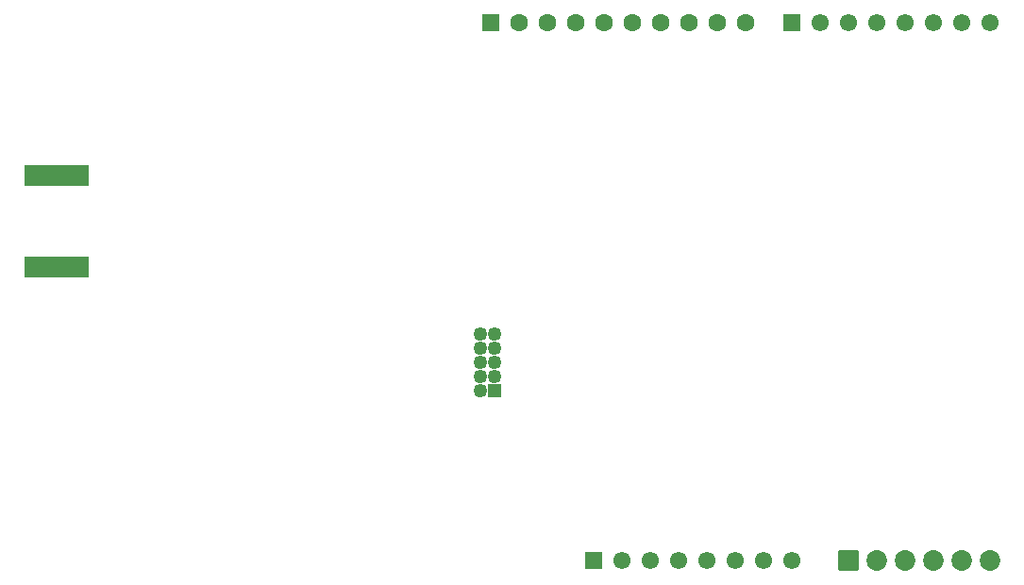
<source format=gbr>
%TF.GenerationSoftware,KiCad,Pcbnew,7.0.10*%
%TF.CreationDate,2024-05-16T11:59:50+01:00*%
%TF.ProjectId,RF_Race_Car,52465f52-6163-4655-9f43-61722e6b6963,rev?*%
%TF.SameCoordinates,Original*%
%TF.FileFunction,Soldermask,Bot*%
%TF.FilePolarity,Negative*%
%FSLAX46Y46*%
G04 Gerber Fmt 4.6, Leading zero omitted, Abs format (unit mm)*
G04 Created by KiCad (PCBNEW 7.0.10) date 2024-05-16 11:59:50*
%MOMM*%
%LPD*%
G01*
G04 APERTURE LIST*
G04 Aperture macros list*
%AMRoundRect*
0 Rectangle with rounded corners*
0 $1 Rounding radius*
0 $2 $3 $4 $5 $6 $7 $8 $9 X,Y pos of 4 corners*
0 Add a 4 corners polygon primitive as box body*
4,1,4,$2,$3,$4,$5,$6,$7,$8,$9,$2,$3,0*
0 Add four circle primitives for the rounded corners*
1,1,$1+$1,$2,$3*
1,1,$1+$1,$4,$5*
1,1,$1+$1,$6,$7*
1,1,$1+$1,$8,$9*
0 Add four rect primitives between the rounded corners*
20,1,$1+$1,$2,$3,$4,$5,0*
20,1,$1+$1,$4,$5,$6,$7,0*
20,1,$1+$1,$6,$7,$8,$9,0*
20,1,$1+$1,$8,$9,$2,$3,0*%
G04 Aperture macros list end*
%ADD10RoundRect,0.102000X-0.675000X-0.675000X0.675000X-0.675000X0.675000X0.675000X-0.675000X0.675000X0*%
%ADD11C,1.554000*%
%ADD12RoundRect,0.102000X-0.699000X-0.699000X0.699000X-0.699000X0.699000X0.699000X-0.699000X0.699000X0*%
%ADD13C,1.602000*%
%ADD14RoundRect,0.102000X0.525000X-0.525000X0.525000X0.525000X-0.525000X0.525000X-0.525000X-0.525000X0*%
%ADD15C,1.254000*%
%ADD16RoundRect,0.102000X-0.825000X-0.825000X0.825000X-0.825000X0.825000X0.825000X-0.825000X0.825000X0*%
%ADD17C,1.854000*%
%ADD18RoundRect,0.102000X2.800000X0.825000X-2.800000X0.825000X-2.800000X-0.825000X2.800000X-0.825000X0*%
G04 APERTURE END LIST*
D10*
%TO.C,J5*%
X168910000Y-64770000D03*
D11*
X171450000Y-64770000D03*
X173990000Y-64770000D03*
X176530000Y-64770000D03*
X179070000Y-64770000D03*
X181610000Y-64770000D03*
X184150000Y-64770000D03*
X186690000Y-64770000D03*
%TD*%
D10*
%TO.C,J3*%
X151130000Y-113030000D03*
D11*
X153670000Y-113030000D03*
X156210000Y-113030000D03*
X158750000Y-113030000D03*
X161290000Y-113030000D03*
X163830000Y-113030000D03*
X166370000Y-113030000D03*
X168910000Y-113030000D03*
%TD*%
D12*
%TO.C,J4*%
X141888505Y-64770000D03*
D13*
X144428505Y-64770000D03*
X146968505Y-64770000D03*
X149508505Y-64770000D03*
X152048505Y-64770000D03*
X154588505Y-64770000D03*
X157128505Y-64770000D03*
X159668505Y-64770000D03*
X162208505Y-64770000D03*
X164748505Y-64770000D03*
%TD*%
D14*
%TO.C,J2*%
X142240000Y-97790000D03*
D15*
X140970000Y-97790000D03*
X142240000Y-96520000D03*
X140970000Y-96520000D03*
X142240000Y-95250000D03*
X140970000Y-95250000D03*
X142240000Y-93980000D03*
X140970000Y-93980000D03*
X142240000Y-92710000D03*
X140970000Y-92710000D03*
%TD*%
D16*
%TO.C,J7*%
X173950000Y-113050000D03*
D17*
X176490000Y-113050000D03*
X179030000Y-113050000D03*
X181570000Y-113050000D03*
X184110000Y-113050000D03*
X186650000Y-113050000D03*
%TD*%
D18*
%TO.C,J1*%
X102950000Y-86700000D03*
X102950000Y-78450000D03*
%TD*%
M02*

</source>
